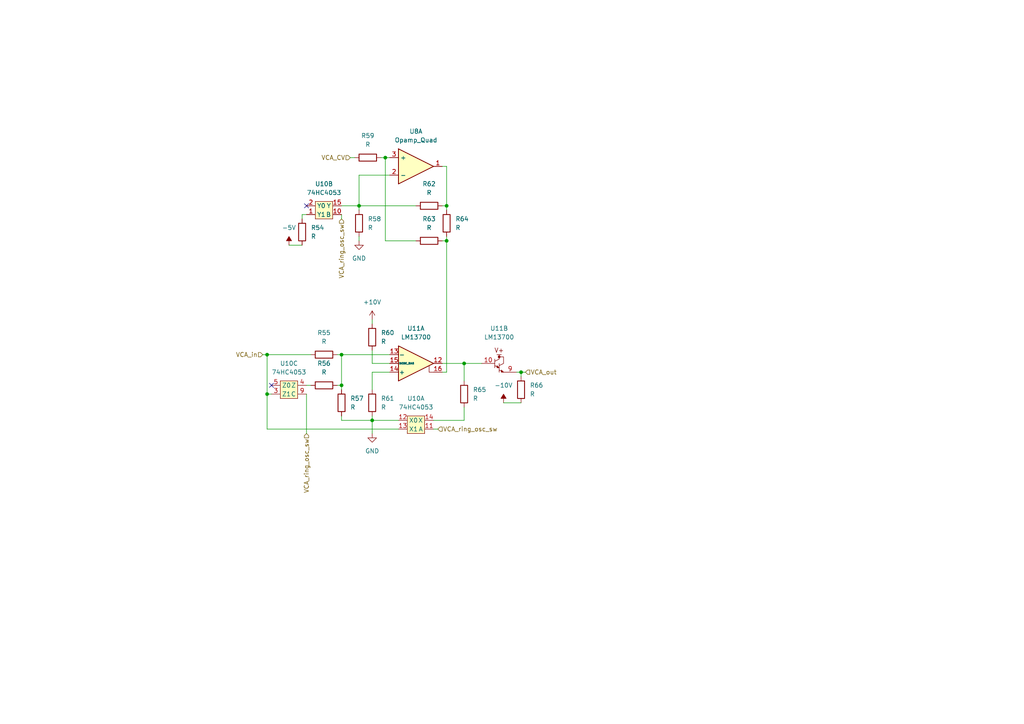
<source format=kicad_sch>
(kicad_sch (version 20210621) (generator eeschema)
  (paper "A4")
  (lib_symbols
    (symbol "Amplifier_Operational:LM13700" (pin_names (offset 0.127))
      (property "Reference" "U" (at 3.81 5.08 0))
      (property "Value" "LM13700" (at 5.08 -5.08 0))
      (symbol "LM13700_1_1"
        (polyline (pts (xy 3.81 -0.635) (xy 3.81 -2.54) (xy 5.08 -2.54)))
        (polyline (pts (xy 5.08 0) (xy -5.08 -5.08) (xy -5.08 5.08) (xy 5.08 0)) (stroke (width 0.254)) (fill (type background)))
        (pin output line (at 7.62 0 180) (length 2.54) (name "~") (number "12"))
        (pin input line (at -7.62 2.54 0) (length 2.54) (name "-") (number "13"))
        (pin input line (at -7.62 -2.54 0) (length 2.54) (name "+") (number "14"))
        (pin input line (at -7.62 0 0) (length 2.54) (name "DIODE_BIAS") (number "15"))
        (pin input line (at 7.62 -2.54 180) (length 2.54) (name "~") (number "16"))
      )
      (symbol "LM13700_2_0"
        (polyline (pts (xy -1.905 2.54) (xy -3.175 2.54)))
      )
      (symbol "LM13700_2_1"
        (circle (center -2.54 1.905) (radius 0.254) (stroke (width 0.254)) (fill (type outline)))
        (polyline (pts (xy -3.81 -0.635) (xy -2.54 -1.27)))
        (polyline (pts (xy -3.81 1.27) (xy -3.81 -1.27)))
        (polyline (pts (xy -2.54 -1.905) (xy -1.27 -2.54)))
        (polyline (pts (xy -2.54 0) (xy -2.54 -2.54)))
        (polyline (pts (xy -3.81 0.635) (xy -2.54 1.27) (xy -2.54 1.905) (xy -2.54 2.54)))
        (polyline (pts (xy -2.54 -1.27) (xy -3.175 -0.635) (xy -3.175 -1.27) (xy -2.54 -1.27)) (fill (type outline)))
        (polyline (pts (xy -2.54 -0.635) (xy -1.27 0) (xy -1.27 1.905) (xy -2.54 1.905)))
        (polyline (pts (xy -1.27 -2.54) (xy -1.905 -1.905) (xy -1.905 -2.54) (xy -1.27 -2.54)) (fill (type outline)))
        (text "V+" (at -2.54 3.81 0) (effects (font (size 1.27 1.27))))
        (pin input line (at -7.62 0 0) (length 3.81) (name "~") (number "10"))
        (pin output line (at 2.54 -2.54 180) (length 3.81) (name "~") (number "9"))
      )
      (symbol "LM13700_3_1"
        (polyline (pts (xy 3.81 -0.635) (xy 3.81 -2.54) (xy 5.08 -2.54)))
        (polyline (pts (xy 5.08 0) (xy -5.08 -5.08) (xy -5.08 5.08) (xy 5.08 0)) (stroke (width 0.254)) (fill (type background)))
        (pin input line (at 7.62 -2.54 180) (length 2.54) (name "~") (number "1"))
        (pin input line (at -7.62 0 0) (length 2.54) (name "DIODE_BIAS") (number "2"))
        (pin input line (at -7.62 -2.54 0) (length 2.54) (name "+") (number "3"))
        (pin input line (at -7.62 2.54 0) (length 2.54) (name "-") (number "4"))
        (pin output line (at 7.62 0 180) (length 2.54) (name "~") (number "5"))
      )
      (symbol "LM13700_4_0"
        (polyline (pts (xy -3.175 2.54) (xy -1.905 2.54)))
        (text "V+" (at -2.54 3.81 0) (effects (font (size 1.27 1.27))))
      )
      (symbol "LM13700_4_1"
        (circle (center -2.54 1.905) (radius 0.254) (stroke (width 0.254)) (fill (type outline)))
        (polyline (pts (xy -3.81 -0.635) (xy -2.54 -1.27)))
        (polyline (pts (xy -3.81 1.27) (xy -3.81 -1.27)))
        (polyline (pts (xy -2.54 -1.905) (xy -1.27 -2.54)))
        (polyline (pts (xy -2.54 0) (xy -2.54 -2.54)))
        (polyline (pts (xy -3.81 0.635) (xy -2.54 1.27) (xy -2.54 2.54)))
        (polyline (pts (xy -2.54 -1.27) (xy -3.175 -0.635) (xy -3.175 -1.27) (xy -2.54 -1.27)) (fill (type outline)))
        (polyline (pts (xy -2.54 -0.635) (xy -1.27 0) (xy -1.27 1.905) (xy -2.54 1.905)))
        (polyline (pts (xy -1.27 -2.54) (xy -1.905 -1.905) (xy -1.905 -2.54) (xy -1.27 -2.54)) (fill (type outline)))
        (pin input line (at -7.62 0 0) (length 3.81) (name "~") (number "7"))
        (pin output line (at 2.54 -2.54 180) (length 3.81) (name "~") (number "8"))
      )
      (symbol "LM13700_5_1"
        (pin power_in line (at -2.54 7.62 270) (length 3.81) (name "V+") (number "11"))
        (pin power_in line (at -2.54 -7.62 90) (length 3.81) (name "V-") (number "6"))
      )
    )
    (symbol "Device:Opamp_Quad"
      (property "Reference" "U" (at 0 5.08 0))
      (property "Value" "Opamp_Quad" (at 0 -5.08 0))
      (symbol "Opamp_Quad_1_1"
        (polyline (pts (xy -5.08 5.08) (xy 5.08 0) (xy -5.08 -5.08) (xy -5.08 5.08)) (stroke (width 0.254)) (fill (type background)))
        (pin output line (at 7.62 0 180) (length 2.54) (name "~") (number "1"))
        (pin input line (at -7.62 -2.54 0) (length 2.54) (name "-") (number "2"))
        (pin input line (at -7.62 2.54 0) (length 2.54) (name "+") (number "3"))
      )
      (symbol "Opamp_Quad_2_1"
        (polyline (pts (xy -5.08 5.08) (xy 5.08 0) (xy -5.08 -5.08) (xy -5.08 5.08)) (stroke (width 0.254)) (fill (type background)))
        (pin input line (at -7.62 2.54 0) (length 2.54) (name "+") (number "5"))
        (pin input line (at -7.62 -2.54 0) (length 2.54) (name "-") (number "6"))
        (pin output line (at 7.62 0 180) (length 2.54) (name "~") (number "7"))
      )
      (symbol "Opamp_Quad_3_1"
        (polyline (pts (xy -5.08 5.08) (xy 5.08 0) (xy -5.08 -5.08) (xy -5.08 5.08)) (stroke (width 0.254)) (fill (type background)))
        (pin input line (at -7.62 2.54 0) (length 2.54) (name "+") (number "10"))
        (pin output line (at 7.62 0 180) (length 2.54) (name "~") (number "8"))
        (pin input line (at -7.62 -2.54 0) (length 2.54) (name "-") (number "9"))
      )
      (symbol "Opamp_Quad_4_1"
        (polyline (pts (xy -5.08 5.08) (xy 5.08 0) (xy -5.08 -5.08) (xy -5.08 5.08)) (stroke (width 0.254)) (fill (type background)))
        (pin input line (at -7.62 2.54 0) (length 2.54) (name "+") (number "12"))
        (pin input line (at -7.62 -2.54 0) (length 2.54) (name "-") (number "13"))
        (pin output line (at 7.62 0 180) (length 2.54) (name "~") (number "14"))
      )
      (symbol "Opamp_Quad_5_1"
        (pin power_in line (at -2.54 -7.62 90) (length 3.81) (name "V-") (number "11"))
        (pin power_in line (at -2.54 7.62 270) (length 3.81) (name "V+") (number "4"))
      )
    )
    (symbol "Device:R" (pin_numbers hide) (pin_names (offset 0))
      (property "Reference" "R" (at 2.032 0 90))
      (property "Value" "R" (at 0 0 90))
      (symbol "R_0_1"
        (rectangle (start -1.016 -2.54) (end 1.016 2.54) (stroke (width 0.254)))
      )
      (symbol "R_1_1"
        (pin passive line (at 0 3.81 270) (length 1.27) (name "~") (number "1"))
        (pin passive line (at 0 -3.81 90) (length 1.27) (name "~") (number "2"))
      )
    )
    (symbol "Modular_Mayhem:74HC4053"
      (property "Reference" "U" (at -6.35 6.35 0))
      (property "Value" "74HC4053" (at -10.16 3.81 0))
      (symbol "74HC4053_1_1"
        (rectangle (start -2.54 2.54) (end 2.54 -2.54) (stroke (width 0.1524)) (fill (type background)))
        (pin input line (at 5.08 -1.27 180) (length 2.54) (name "A") (number "11"))
        (pin bidirectional line (at -5.08 1.27 0) (length 2.54) (name "X0") (number "12"))
        (pin bidirectional line (at -5.08 -1.27 0) (length 2.54) (name "X1") (number "13"))
        (pin bidirectional line (at 5.08 1.27 180) (length 2.54) (name "X") (number "14"))
      )
      (symbol "74HC4053_2_1"
        (rectangle (start -2.54 2.54) (end 2.54 -2.54) (stroke (width 0.1524)) (fill (type background)))
        (pin bidirectional line (at -5.08 -1.27 0) (length 2.54) (name "Y1") (number "1"))
        (pin input line (at 5.08 -1.27 180) (length 2.54) (name "B") (number "10"))
        (pin bidirectional line (at 5.08 1.27 180) (length 2.54) (name "Y") (number "15"))
        (pin bidirectional line (at -5.08 1.27 0) (length 2.54) (name "Y0") (number "2"))
      )
      (symbol "74HC4053_3_1"
        (rectangle (start -2.54 2.54) (end 2.54 -2.54) (stroke (width 0.1524)) (fill (type background)))
        (pin bidirectional line (at -5.08 -1.27 0) (length 2.54) (name "Z1") (number "3"))
        (pin bidirectional line (at 5.08 1.27 180) (length 2.54) (name "Z") (number "4"))
        (pin bidirectional line (at -5.08 1.27 0) (length 2.54) (name "Z0") (number "5"))
        (pin input line (at 5.08 -1.27 180) (length 2.54) (name "C") (number "9"))
      )
      (symbol "74HC4053_4_1"
        (rectangle (start -3.81 5.08) (end 3.81 -5.08) (stroke (width 0.1524)) (fill (type background)))
        (pin power_in line (at 0 7.62 270) (length 2.54) (name "Vcc") (number "16"))
        (pin input line (at -6.35 0 0) (length 2.54) (name "~{E}") (number "6"))
        (pin power_in line (at 1.27 -7.62 90) (length 2.54) (name "Vee") (number "7"))
        (pin power_in line (at -1.27 -7.62 90) (length 2.54) (name "GND") (number "8"))
      )
    )
    (symbol "power:+10V" (power) (pin_names (offset 0))
      (property "Value" "+10V" (at 0 3.556 0))
      (symbol "+10V_0_1"
        (polyline (pts (xy -0.762 1.27) (xy 0 2.54)))
        (polyline (pts (xy 0 0) (xy 0 2.54)))
        (polyline (pts (xy 0 2.54) (xy 0.762 1.27)))
      )
      (symbol "+10V_1_1"
        (pin power_in line (at 0 0 90) (length 0) hide (name "+10V") (number "1"))
      )
    )
    (symbol "power:-10V" (power) (pin_names (offset 0))
      (property "Value" "-10V" (at 0 3.81 0))
      (symbol "-10V_0_0"
        (pin power_in line (at 0 0 90) (length 0) hide (name "-10V") (number "1"))
      )
      (symbol "-10V_0_1"
        (polyline (pts (xy 0 0) (xy 0 1.27) (xy 0.762 1.27) (xy 0 2.54) (xy -0.762 1.27) (xy 0 1.27)) (fill (type outline)))
      )
    )
    (symbol "power:-5V" (power) (pin_names (offset 0))
      (property "Value" "-5V" (at 0 3.81 0))
      (symbol "-5V_0_0"
        (pin power_in line (at 0 0 90) (length 0) hide (name "-5V") (number "1"))
      )
      (symbol "-5V_0_1"
        (polyline (pts (xy 0 0) (xy 0 1.27) (xy 0.762 1.27) (xy 0 2.54) (xy -0.762 1.27) (xy 0 1.27)) (fill (type outline)))
      )
    )
    (symbol "power:GND" (power) (pin_names (offset 0))
      (property "Value" "GND" (at 0 -3.81 0))
      (symbol "GND_0_1"
        (polyline (pts (xy 0 0) (xy 0 -1.27) (xy 1.27 -1.27) (xy 0 -2.54) (xy -1.27 -1.27) (xy 0 -1.27)))
      )
      (symbol "GND_1_1"
        (pin power_in line (at 0 0 270) (length 0) hide (name "GND") (number "1"))
      )
    )
  )
  (junction (at 104.14 59.69))
  (junction (at 111.76 45.72))
  (junction (at 99.06 102.87))
  (junction (at 129.54 59.69))
  (junction (at 151.13 107.95))
  (junction (at 77.47 102.87))
  (junction (at 129.54 69.85))
  (junction (at 99.06 111.76))
  (junction (at 77.47 114.3))
  (junction (at 107.95 121.92))
  (junction (at 134.62 105.41))
  (no_connect (at 88.9 59.69))
  (no_connect (at 78.74 111.76))
  (wire (pts (xy 104.14 50.8) (xy 113.03 50.8)))
  (wire (pts (xy 104.14 50.8) (xy 104.14 59.69)))
  (wire (pts (xy 77.47 114.3) (xy 78.74 114.3)))
  (wire (pts (xy 97.79 111.76) (xy 99.06 111.76)))
  (wire (pts (xy 83.82 71.12) (xy 87.63 71.12)))
  (wire (pts (xy 129.54 69.85) (xy 129.54 68.58)))
  (wire (pts (xy 128.27 107.95) (xy 129.54 107.95)))
  (wire (pts (xy 107.95 107.95) (xy 113.03 107.95)))
  (wire (pts (xy 107.95 113.03) (xy 107.95 107.95)))
  (wire (pts (xy 128.27 59.69) (xy 129.54 59.69)))
  (wire (pts (xy 107.95 101.6) (xy 107.95 105.41)))
  (wire (pts (xy 107.95 105.41) (xy 113.03 105.41)))
  (wire (pts (xy 111.76 45.72) (xy 113.03 45.72)))
  (wire (pts (xy 120.65 69.85) (xy 111.76 69.85)))
  (wire (pts (xy 111.76 69.85) (xy 111.76 45.72)))
  (wire (pts (xy 77.47 102.87) (xy 90.17 102.87)))
  (wire (pts (xy 128.27 69.85) (xy 129.54 69.85)))
  (wire (pts (xy 107.95 121.92) (xy 115.57 121.92)))
  (wire (pts (xy 99.06 121.92) (xy 99.06 120.65)))
  (wire (pts (xy 107.95 121.92) (xy 99.06 121.92)))
  (wire (pts (xy 107.95 120.65) (xy 107.95 121.92)))
  (wire (pts (xy 149.86 107.95) (xy 151.13 107.95)))
  (wire (pts (xy 151.13 107.95) (xy 152.4 107.95)))
  (wire (pts (xy 99.06 59.69) (xy 104.14 59.69)))
  (wire (pts (xy 104.14 59.69) (xy 120.65 59.69)))
  (wire (pts (xy 129.54 59.69) (xy 129.54 60.96)))
  (wire (pts (xy 129.54 48.26) (xy 129.54 59.69)))
  (wire (pts (xy 128.27 48.26) (xy 129.54 48.26)))
  (wire (pts (xy 99.06 102.87) (xy 113.03 102.87)))
  (wire (pts (xy 97.79 102.87) (xy 99.06 102.87)))
  (wire (pts (xy 104.14 59.69) (xy 104.14 60.96)))
  (wire (pts (xy 76.2 102.87) (xy 77.47 102.87)))
  (wire (pts (xy 88.9 114.3) (xy 88.9 125.73)))
  (wire (pts (xy 101.6 45.72) (xy 102.87 45.72)))
  (wire (pts (xy 129.54 69.85) (xy 129.54 107.95)))
  (wire (pts (xy 151.13 107.95) (xy 151.13 109.22)))
  (wire (pts (xy 125.73 124.46) (xy 127 124.46)))
  (wire (pts (xy 115.57 124.46) (xy 77.47 124.46)))
  (wire (pts (xy 77.47 124.46) (xy 77.47 114.3)))
  (wire (pts (xy 77.47 114.3) (xy 77.47 102.87)))
  (wire (pts (xy 107.95 92.71) (xy 107.95 93.98)))
  (wire (pts (xy 87.63 63.5) (xy 87.63 62.23)))
  (wire (pts (xy 87.63 62.23) (xy 88.9 62.23)))
  (wire (pts (xy 110.49 45.72) (xy 111.76 45.72)))
  (wire (pts (xy 104.14 68.58) (xy 104.14 69.85)))
  (wire (pts (xy 146.05 116.84) (xy 151.13 116.84)))
  (wire (pts (xy 88.9 111.76) (xy 90.17 111.76)))
  (wire (pts (xy 128.27 105.41) (xy 134.62 105.41)))
  (wire (pts (xy 134.62 105.41) (xy 139.7 105.41)))
  (wire (pts (xy 99.06 62.23) (xy 99.06 63.5)))
  (wire (pts (xy 107.95 125.73) (xy 107.95 121.92)))
  (wire (pts (xy 134.62 121.92) (xy 134.62 118.11)))
  (wire (pts (xy 125.73 121.92) (xy 134.62 121.92)))
  (wire (pts (xy 134.62 105.41) (xy 134.62 110.49)))
  (wire (pts (xy 99.06 111.76) (xy 99.06 113.03)))
  (wire (pts (xy 99.06 102.87) (xy 99.06 111.76)))
  (hierarchical_label "VCA_in" (shape input) (at 76.2 102.87 180))
  (hierarchical_label "VCA_CV" (shape input) (at 101.6 45.72 180))
  (hierarchical_label "VCA_out" (shape input) (at 152.4 107.95 0))
  (hierarchical_label "VCA_ring_osc_sw" (shape input) (at 127 124.46 0))
  (hierarchical_label "VCA_ring_osc_sw" (shape input) (at 99.06 63.5 270))
  (hierarchical_label "VCA_ring_osc_sw" (shape input) (at 88.9 125.73 270))
  (symbol (lib_id "power:GND") (at 107.95 125.73 0) (unit 1)
    (property "Reference" "#PWR049" (effects hide))
    (property "Value" "GND" (at 107.95 130.81 0))
  )
  (symbol (lib_id "Device:R") (at 124.46 59.69 90) (unit 1)
    (property "Reference" "R62" (at 124.46 53.34 90))
    (property "Value" "R" (at 124.46 55.88 90))
  )
  (symbol (lib_id "Device:R") (at 104.14 64.77 0) (unit 1)
    (property "Reference" "R58" (at 106.68 63.4999 0) (effects (justify left)))
    (property "Value" "R" (at 106.68 66.0399 0) (effects (justify left)))
  )
  (symbol (lib_id "Device:R") (at 107.95 97.79 0) (unit 1)
    (property "Reference" "R60" (at 110.49 96.5199 0) (effects (justify left)))
    (property "Value" "R" (at 110.49 99.0599 0) (effects (justify left)))
  )
  (symbol (lib_id "Amplifier_Operational:LM13700") (at 120.65 105.41 0) (unit 1)
    (property "Reference" "U11" (at 120.65 95.25 0))
    (property "Value" "LM13700" (at 120.65 97.79 0))
    (property "Datasheet" "http://www.ti.com/lit/ds/symlink/lm13700.pdf" (effects hide))
  )
  (symbol (lib_id "Device:R") (at 129.54 64.77 0) (unit 1)
    (property "Reference" "R64" (at 132.08 63.4999 0) (effects (justify left)))
    (property "Value" "R" (at 132.08 66.0399 0) (effects (justify left)))
  )
  (symbol (lib_id "Device:Opamp_Quad") (at 120.65 48.26 0) (unit 1)
    (property "Reference" "U8" (at 120.65 38.1 0))
    (property "Value" "Opamp_Quad" (at 120.65 40.64 0))
  )
  (symbol (lib_id "power:GND") (at 104.14 69.85 0) (unit 1)
    (property "Reference" "#PWR047" (effects hide))
    (property "Value" "GND" (at 104.14 74.93 0))
  )
  (symbol (lib_id "Modular_Mayhem:74HC4053") (at 93.98 60.96 0) (unit 2)
    (property "Reference" "U10" (at 93.98 53.34 0))
    (property "Value" "74HC4053" (at 93.98 55.88 0))
  )
  (symbol (lib_id "Amplifier_Operational:LM13700") (at 147.32 105.41 0) (unit 2)
    (property "Reference" "U11" (at 144.78 95.25 0))
    (property "Value" "LM13700" (at 144.78 97.79 0))
    (property "Datasheet" "http://www.ti.com/lit/ds/symlink/lm13700.pdf" (effects hide))
  )
  (symbol (lib_id "Device:R") (at 134.62 114.3 0) (unit 1)
    (property "Reference" "R65" (at 137.16 113.0299 0) (effects (justify left)))
    (property "Value" "R" (at 137.16 115.5699 0) (effects (justify left)))
  )
  (symbol (lib_id "Device:R") (at 93.98 102.87 90) (unit 1)
    (property "Reference" "R55" (at 93.98 96.52 90))
    (property "Value" "R" (at 93.98 99.06 90))
  )
  (symbol (lib_id "Device:R") (at 107.95 116.84 0) (unit 1)
    (property "Reference" "R61" (at 110.49 115.5699 0) (effects (justify left)))
    (property "Value" "R" (at 110.49 118.1099 0) (effects (justify left)))
  )
  (symbol (lib_id "power:-5V") (at 83.82 71.12 0) (unit 1)
    (property "Reference" "#PWR046" (effects hide))
    (property "Value" "-5V" (at 83.82 66.04 0))
  )
  (symbol (lib_id "Device:R") (at 93.98 111.76 90) (unit 1)
    (property "Reference" "R56" (at 93.98 105.41 90))
    (property "Value" "R" (at 93.98 107.95 90))
  )
  (symbol (lib_id "Device:R") (at 151.13 113.03 0) (unit 1)
    (property "Reference" "R66" (at 153.67 111.7599 0) (effects (justify left)))
    (property "Value" "R" (at 153.67 114.2999 0) (effects (justify left)))
  )
  (symbol (lib_id "Device:R") (at 99.06 116.84 0) (unit 1)
    (property "Reference" "R57" (at 101.6 115.5699 0) (effects (justify left)))
    (property "Value" "R" (at 101.6 118.1099 0) (effects (justify left)))
  )
  (symbol (lib_id "Modular_Mayhem:74HC4053") (at 120.65 123.19 0) (unit 1)
    (property "Reference" "U10" (at 120.65 115.57 0))
    (property "Value" "74HC4053" (at 120.65 118.11 0))
  )
  (symbol (lib_id "Device:R") (at 124.46 69.85 90) (unit 1)
    (property "Reference" "R63" (at 124.46 63.5 90))
    (property "Value" "R" (at 124.46 66.04 90))
  )
  (symbol (lib_id "Device:R") (at 87.63 67.31 0) (unit 1)
    (property "Reference" "R54" (at 90.17 66.0399 0) (effects (justify left)))
    (property "Value" "R" (at 90.17 68.5799 0) (effects (justify left)))
  )
  (symbol (lib_id "Device:R") (at 106.68 45.72 90) (unit 1)
    (property "Reference" "R59" (at 106.68 39.37 90))
    (property "Value" "R" (at 106.68 41.91 90))
  )
  (symbol (lib_id "Modular_Mayhem:74HC4053") (at 83.82 113.03 0) (unit 3)
    (property "Reference" "U10" (at 83.82 105.41 0))
    (property "Value" "74HC4053" (at 83.82 107.95 0))
  )
  (symbol (lib_id "power:+10V") (at 107.95 92.71 0) (unit 1)
    (property "Reference" "#PWR048" (effects hide))
    (property "Value" "+10V" (at 107.95 87.63 0))
  )
  (symbol (lib_id "power:-10V") (at 146.05 116.84 0) (unit 1)
    (property "Reference" "#PWR050" (effects hide))
    (property "Value" "-10V" (at 146.05 111.76 0))
  )
)
</source>
